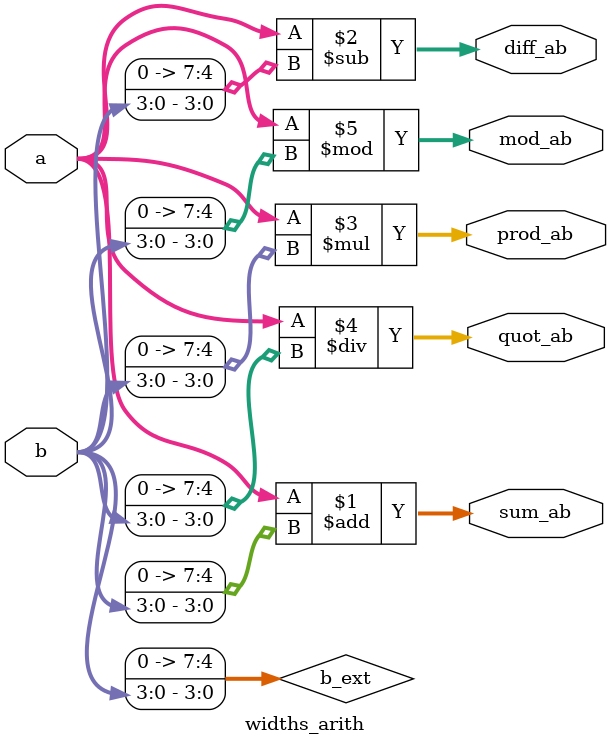
<source format=sv>


module widths_arith #(
    parameter integer W_A = 8,
    parameter integer W_B = 4
) (
    input  wire signed [W_A-1:0] a,
    input  wire        [W_B-1:0] b,
    output wire signed [W_A-1:0] sum_ab,
    output wire signed [W_A-1:0] diff_ab,
    output wire signed [W_A-1:0] prod_ab,
    output wire signed [W_A-1:0] quot_ab,
    output wire        [W_A-1:0] mod_ab
);
    // Extend b to signed W_A bits:
    wire signed [W_A-1:0] b_ext = $signed({{(W_A-W_B){1'b0}}, b});

    assign sum_ab  = a + b_ext;
    assign diff_ab = a - b_ext;
    assign prod_ab = a * b_ext;
    assign quot_ab = a / b_ext;
    assign mod_ab  = a % b_ext;
endmodule

</source>
